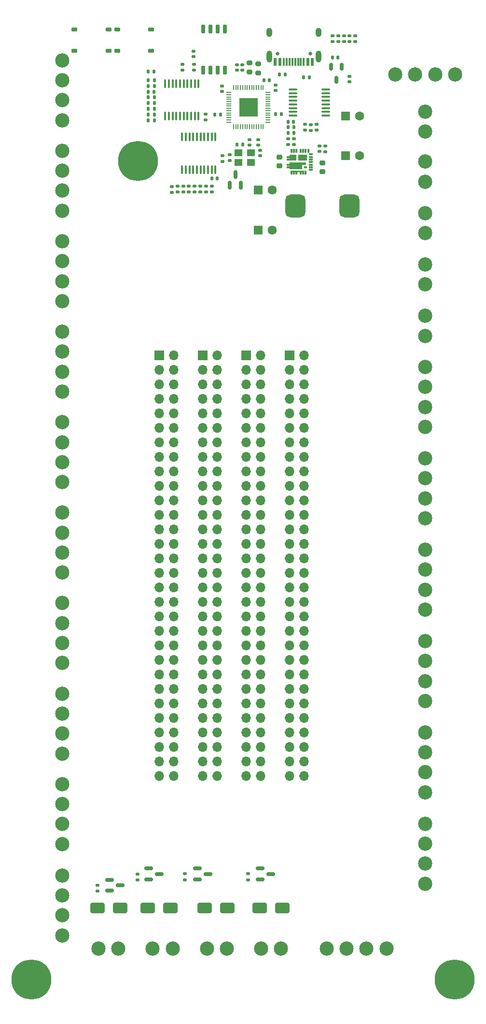
<source format=gts>
%TF.GenerationSoftware,KiCad,Pcbnew,7.0.2*%
%TF.CreationDate,2023-05-23T23:28:36+01:00*%
%TF.ProjectId,kat_control_board,6b61745f-636f-46e7-9472-6f6c5f626f61,rev?*%
%TF.SameCoordinates,Original*%
%TF.FileFunction,Soldermask,Top*%
%TF.FilePolarity,Negative*%
%FSLAX46Y46*%
G04 Gerber Fmt 4.6, Leading zero omitted, Abs format (unit mm)*
G04 Created by KiCad (PCBNEW 7.0.2) date 2023-05-23 23:28:36*
%MOMM*%
%LPD*%
G01*
G04 APERTURE LIST*
G04 Aperture macros list*
%AMRoundRect*
0 Rectangle with rounded corners*
0 $1 Rounding radius*
0 $2 $3 $4 $5 $6 $7 $8 $9 X,Y pos of 4 corners*
0 Add a 4 corners polygon primitive as box body*
4,1,4,$2,$3,$4,$5,$6,$7,$8,$9,$2,$3,0*
0 Add four circle primitives for the rounded corners*
1,1,$1+$1,$2,$3*
1,1,$1+$1,$4,$5*
1,1,$1+$1,$6,$7*
1,1,$1+$1,$8,$9*
0 Add four rect primitives between the rounded corners*
20,1,$1+$1,$2,$3,$4,$5,0*
20,1,$1+$1,$4,$5,$6,$7,0*
20,1,$1+$1,$6,$7,$8,$9,0*
20,1,$1+$1,$8,$9,$2,$3,0*%
%AMFreePoly0*
4,1,7,2.200000,0.087500,0.150000,0.087500,0.150000,-0.362500,-0.150000,-0.362500,-0.150000,0.362500,2.200000,0.362500,2.200000,0.087500,2.200000,0.087500,$1*%
%AMFreePoly1*
4,1,9,1.825000,0.255000,1.175000,0.255000,1.175000,-0.500000,0.500000,-0.500000,-0.500000,-0.500000,-1.000000,-0.500000,-1.000000,0.700000,1.825000,0.700000,1.825000,0.255000,1.825000,0.255000,$1*%
G04 Aperture macros list end*
%ADD10RoundRect,0.140000X-0.170000X0.140000X-0.170000X-0.140000X0.170000X-0.140000X0.170000X0.140000X0*%
%ADD11C,2.500000*%
%ADD12RoundRect,0.135000X0.135000X0.185000X-0.135000X0.185000X-0.135000X-0.185000X0.135000X-0.185000X0*%
%ADD13RoundRect,0.135000X-0.185000X0.135000X-0.185000X-0.135000X0.185000X-0.135000X0.185000X0.135000X0*%
%ADD14RoundRect,0.150000X-0.150000X0.512500X-0.150000X-0.512500X0.150000X-0.512500X0.150000X0.512500X0*%
%ADD15RoundRect,0.250000X-1.000000X-0.650000X1.000000X-0.650000X1.000000X0.650000X-1.000000X0.650000X0*%
%ADD16RoundRect,0.150000X0.150000X-0.650000X0.150000X0.650000X-0.150000X0.650000X-0.150000X-0.650000X0*%
%ADD17RoundRect,0.140000X0.170000X-0.140000X0.170000X0.140000X-0.170000X0.140000X-0.170000X-0.140000X0*%
%ADD18RoundRect,0.135000X0.185000X-0.135000X0.185000X0.135000X-0.185000X0.135000X-0.185000X-0.135000X0*%
%ADD19RoundRect,0.150000X-0.587500X-0.150000X0.587500X-0.150000X0.587500X0.150000X-0.587500X0.150000X0*%
%ADD20R,1.700000X1.700000*%
%ADD21O,1.700000X1.700000*%
%ADD22C,0.800000*%
%ADD23C,7.000000*%
%ADD24RoundRect,0.135000X-0.135000X-0.185000X0.135000X-0.185000X0.135000X0.185000X-0.135000X0.185000X0*%
%ADD25RoundRect,0.140000X0.140000X0.170000X-0.140000X0.170000X-0.140000X-0.170000X0.140000X-0.170000X0*%
%ADD26RoundRect,0.225000X0.250000X-0.225000X0.250000X0.225000X-0.250000X0.225000X-0.250000X-0.225000X0*%
%ADD27RoundRect,0.100000X0.637500X0.100000X-0.637500X0.100000X-0.637500X-0.100000X0.637500X-0.100000X0*%
%ADD28C,0.650000*%
%ADD29R,0.600000X1.450000*%
%ADD30R,0.300000X1.450000*%
%ADD31O,1.000000X2.100000*%
%ADD32O,1.000000X1.600000*%
%ADD33RoundRect,0.150000X0.150000X-0.587500X0.150000X0.587500X-0.150000X0.587500X-0.150000X-0.587500X0*%
%ADD34RoundRect,0.875000X-0.875000X-1.125000X0.875000X-1.125000X0.875000X1.125000X-0.875000X1.125000X0*%
%ADD35RoundRect,0.225000X-0.250000X0.225000X-0.250000X-0.225000X0.250000X-0.225000X0.250000X0.225000X0*%
%ADD36R,1.600000X1.600000*%
%ADD37C,1.600000*%
%ADD38RoundRect,0.050000X-0.387500X-0.050000X0.387500X-0.050000X0.387500X0.050000X-0.387500X0.050000X0*%
%ADD39RoundRect,0.050000X-0.050000X-0.387500X0.050000X-0.387500X0.050000X0.387500X-0.050000X0.387500X0*%
%ADD40R,3.200000X3.200000*%
%ADD41R,0.725000X0.300000*%
%ADD42FreePoly0,0.000000*%
%ADD43R,0.300000X0.725000*%
%ADD44R,0.300000X0.730000*%
%ADD45R,1.575000X1.050000*%
%ADD46C,0.600000*%
%ADD47R,1.150000X1.050000*%
%ADD48FreePoly1,0.000000*%
%ADD49R,0.580000X0.380000*%
%ADD50RoundRect,0.140000X-0.140000X-0.170000X0.140000X-0.170000X0.140000X0.170000X-0.140000X0.170000X0*%
%ADD51RoundRect,0.100000X-0.100000X0.637500X-0.100000X-0.637500X0.100000X-0.637500X0.100000X0.637500X0*%
%ADD52R,1.400000X1.200000*%
%ADD53RoundRect,0.187500X0.312500X0.187500X-0.312500X0.187500X-0.312500X-0.187500X0.312500X-0.187500X0*%
%ADD54RoundRect,0.187500X-0.312500X-0.187500X0.312500X-0.187500X0.312500X0.187500X-0.312500X0.187500X0*%
%ADD55RoundRect,0.200000X-0.275000X0.200000X-0.275000X-0.200000X0.275000X-0.200000X0.275000X0.200000X0*%
G04 APERTURE END LIST*
D10*
X71705000Y-38384000D03*
X71705000Y-39344000D03*
D11*
X38900000Y-151250000D03*
X38900000Y-154750000D03*
X38900000Y-158250000D03*
X38900000Y-161750000D03*
D12*
X79510000Y-37250000D03*
X78490000Y-37250000D03*
D13*
X58100000Y-46590000D03*
X58100000Y-47610000D03*
D12*
X79510000Y-36250000D03*
X78490000Y-36250000D03*
D14*
X87950000Y-25612500D03*
X86050000Y-25612500D03*
X87000000Y-27887500D03*
D12*
X55020000Y-35000000D03*
X54000000Y-35000000D03*
X55020000Y-32000000D03*
X54000000Y-32000000D03*
D15*
X63830834Y-172962500D03*
X67830834Y-172962500D03*
D16*
X63577000Y-26208000D03*
X64847000Y-26208000D03*
X66117000Y-26208000D03*
X67387000Y-26208000D03*
X67387000Y-19008000D03*
X66117000Y-19008000D03*
X64847000Y-19008000D03*
X63577000Y-19008000D03*
D11*
X102600000Y-152700000D03*
X102600000Y-149200000D03*
X102600000Y-145700000D03*
X102600000Y-142200000D03*
D17*
X66879000Y-29974000D03*
X66879000Y-29014000D03*
D18*
X86300000Y-21200000D03*
X86300000Y-20180000D03*
D19*
X73625000Y-166050000D03*
X73625000Y-167950000D03*
X75500000Y-167000000D03*
D18*
X85000000Y-40510000D03*
X85000000Y-39490000D03*
D20*
X63500000Y-76200000D03*
D21*
X66040000Y-76200000D03*
X63500000Y-78740000D03*
X66040000Y-78740000D03*
X63500000Y-81280000D03*
X66040000Y-81280000D03*
X63500000Y-83820000D03*
X66040000Y-83820000D03*
X63500000Y-86360000D03*
X66040000Y-86360000D03*
X63500000Y-88900000D03*
X66040000Y-88900000D03*
X63500000Y-91440000D03*
X66040000Y-91440000D03*
X63500000Y-93980000D03*
X66040000Y-93980000D03*
X63500000Y-96520000D03*
X66040000Y-96520000D03*
X63500000Y-99060000D03*
X66040000Y-99060000D03*
X63500000Y-101600000D03*
X66040000Y-101600000D03*
X63500000Y-104140000D03*
X66040000Y-104140000D03*
X63500000Y-106680000D03*
X66040000Y-106680000D03*
X63500000Y-109220000D03*
X66040000Y-109220000D03*
X63500000Y-111760000D03*
X66040000Y-111760000D03*
X63500000Y-114300000D03*
X66040000Y-114300000D03*
X63500000Y-116840000D03*
X66040000Y-116840000D03*
X63500000Y-119380000D03*
X66040000Y-119380000D03*
X63500000Y-121920000D03*
X66040000Y-121920000D03*
X63500000Y-124460000D03*
X66040000Y-124460000D03*
X63500000Y-127000000D03*
X66040000Y-127000000D03*
X63500000Y-129540000D03*
X66040000Y-129540000D03*
X63500000Y-132080000D03*
X66040000Y-132080000D03*
X63500000Y-134620000D03*
X66040000Y-134620000D03*
X63500000Y-137160000D03*
X66040000Y-137160000D03*
X63500000Y-139700000D03*
X66040000Y-139700000D03*
X63500000Y-142240000D03*
X66040000Y-142240000D03*
X63500000Y-144780000D03*
X66040000Y-144780000D03*
X63500000Y-147320000D03*
X66040000Y-147320000D03*
X63500000Y-149860000D03*
X66040000Y-149860000D03*
D12*
X55020000Y-34000000D03*
X54000000Y-34000000D03*
D19*
X54062500Y-166050000D03*
X54062500Y-167950000D03*
X55937500Y-167000000D03*
D22*
X49518845Y-42143845D03*
X50287690Y-40287690D03*
X50287690Y-44000000D03*
X52143845Y-39518845D03*
D23*
X52143845Y-42143845D03*
D22*
X52143845Y-44768845D03*
X54000000Y-40287690D03*
X54000000Y-44000000D03*
X54768845Y-42143845D03*
D24*
X76990000Y-27000000D03*
X78010000Y-27000000D03*
D11*
X38900000Y-24500000D03*
X38900000Y-28000000D03*
X38900000Y-31500000D03*
X38900000Y-35000000D03*
D22*
X30875000Y-185500000D03*
X31643845Y-183643845D03*
X31643845Y-187356155D03*
X33500000Y-182875000D03*
D23*
X33500000Y-185500000D03*
D22*
X33500000Y-188125000D03*
X35356155Y-183643845D03*
X35356155Y-187356155D03*
X36125000Y-185500000D03*
D13*
X64100000Y-46570000D03*
X64100000Y-47590000D03*
D25*
X66060000Y-45200000D03*
X65100000Y-45200000D03*
D11*
X38900000Y-56187500D03*
X38900000Y-59687500D03*
X38900000Y-63187500D03*
X38900000Y-66687500D03*
D17*
X84000000Y-40480000D03*
X84000000Y-39520000D03*
D11*
X38900000Y-103718750D03*
X38900000Y-107218750D03*
X38900000Y-110718750D03*
X38900000Y-114218750D03*
X38900000Y-87875000D03*
X38900000Y-91375000D03*
X38900000Y-94875000D03*
X38900000Y-98375000D03*
D18*
X82500000Y-36770000D03*
X82500000Y-35750000D03*
D26*
X84500000Y-44025000D03*
X84500000Y-42475000D03*
D11*
X38900000Y-135406250D03*
X38900000Y-138906250D03*
X38900000Y-142406250D03*
X38900000Y-145906250D03*
D27*
X85108500Y-34169600D03*
X85108500Y-33519600D03*
X85108500Y-32869600D03*
X85108500Y-32219600D03*
X85108500Y-31569600D03*
X85108500Y-30919600D03*
X85108500Y-30269600D03*
X85108500Y-29619600D03*
X79383500Y-29619600D03*
X79383500Y-30269600D03*
X79383500Y-30919600D03*
X79383500Y-31569600D03*
X79383500Y-32219600D03*
X79383500Y-32869600D03*
X79383500Y-33519600D03*
X79383500Y-34169600D03*
D11*
X102600000Y-45750000D03*
X102600000Y-42250000D03*
D24*
X69544000Y-39245000D03*
X70564000Y-39245000D03*
D11*
X54750000Y-180100000D03*
X58250000Y-180100000D03*
D12*
X55020000Y-29000000D03*
X54000000Y-29000000D03*
D28*
X82390000Y-23305000D03*
X76610000Y-23305000D03*
D29*
X82750000Y-24750000D03*
X81950000Y-24750000D03*
D30*
X80750000Y-24750000D03*
X79750000Y-24750000D03*
X79250000Y-24750000D03*
X78250000Y-24750000D03*
D29*
X77050000Y-24750000D03*
X76250000Y-24750000D03*
X76250000Y-24750000D03*
X77050000Y-24750000D03*
D30*
X77750000Y-24750000D03*
X78750000Y-24750000D03*
X80250000Y-24750000D03*
X81250000Y-24750000D03*
D29*
X81950000Y-24750000D03*
X82750000Y-24750000D03*
D31*
X83820000Y-23835000D03*
D32*
X83820000Y-19655000D03*
D31*
X75180000Y-23835000D03*
D32*
X75180000Y-19655000D03*
D12*
X55020000Y-28000000D03*
X54000000Y-28000000D03*
D20*
X71120000Y-76200000D03*
D21*
X73660000Y-76200000D03*
X71120000Y-78740000D03*
X73660000Y-78740000D03*
X71120000Y-81280000D03*
X73660000Y-81280000D03*
X71120000Y-83820000D03*
X73660000Y-83820000D03*
X71120000Y-86360000D03*
X73660000Y-86360000D03*
X71120000Y-88900000D03*
X73660000Y-88900000D03*
X71120000Y-91440000D03*
X73660000Y-91440000D03*
X71120000Y-93980000D03*
X73660000Y-93980000D03*
X71120000Y-96520000D03*
X73660000Y-96520000D03*
X71120000Y-99060000D03*
X73660000Y-99060000D03*
X71120000Y-101600000D03*
X73660000Y-101600000D03*
X71120000Y-104140000D03*
X73660000Y-104140000D03*
X71120000Y-106680000D03*
X73660000Y-106680000D03*
X71120000Y-109220000D03*
X73660000Y-109220000D03*
X71120000Y-111760000D03*
X73660000Y-111760000D03*
X71120000Y-114300000D03*
X73660000Y-114300000D03*
X71120000Y-116840000D03*
X73660000Y-116840000D03*
X71120000Y-119380000D03*
X73660000Y-119380000D03*
X71120000Y-121920000D03*
X73660000Y-121920000D03*
X71120000Y-124460000D03*
X73660000Y-124460000D03*
X71120000Y-127000000D03*
X73660000Y-127000000D03*
X71120000Y-129540000D03*
X73660000Y-129540000D03*
X71120000Y-132080000D03*
X73660000Y-132080000D03*
X71120000Y-134620000D03*
X73660000Y-134620000D03*
X71120000Y-137160000D03*
X73660000Y-137160000D03*
X71120000Y-139700000D03*
X73660000Y-139700000D03*
X71120000Y-142240000D03*
X73660000Y-142240000D03*
X71120000Y-144780000D03*
X73660000Y-144780000D03*
X71120000Y-147320000D03*
X73660000Y-147320000D03*
X71120000Y-149860000D03*
X73660000Y-149860000D03*
D19*
X62562500Y-166050000D03*
X62562500Y-167950000D03*
X64437500Y-167000000D03*
D33*
X68300000Y-46375000D03*
X70200000Y-46375000D03*
X69250000Y-44500000D03*
D34*
X79750000Y-50000000D03*
X89250000Y-50000000D03*
D12*
X55020000Y-33000000D03*
X54000000Y-33000000D03*
D35*
X77000000Y-41475000D03*
X77000000Y-43025000D03*
D36*
X73250000Y-54250000D03*
D37*
X75750000Y-54250000D03*
D13*
X45069166Y-168942500D03*
X45069166Y-169962500D03*
X60437500Y-166980000D03*
X60437500Y-168000000D03*
D17*
X76277000Y-29819000D03*
X76277000Y-28859000D03*
D11*
X102600000Y-72750000D03*
X102600000Y-69250000D03*
X102600000Y-120700000D03*
X102600000Y-117200000D03*
X102600000Y-113700000D03*
X102600000Y-110200000D03*
D38*
X68102500Y-30130000D03*
X68102500Y-30530000D03*
X68102500Y-30930000D03*
X68102500Y-31330000D03*
X68102500Y-31730000D03*
X68102500Y-32130000D03*
X68102500Y-32530000D03*
X68102500Y-32930000D03*
X68102500Y-33330000D03*
X68102500Y-33730000D03*
X68102500Y-34130000D03*
X68102500Y-34530000D03*
X68102500Y-34930000D03*
X68102500Y-35330000D03*
D39*
X68940000Y-36167500D03*
X69340000Y-36167500D03*
X69740000Y-36167500D03*
X70140000Y-36167500D03*
X70540000Y-36167500D03*
X70940000Y-36167500D03*
X71340000Y-36167500D03*
X71740000Y-36167500D03*
X72140000Y-36167500D03*
X72540000Y-36167500D03*
X72940000Y-36167500D03*
X73340000Y-36167500D03*
X73740000Y-36167500D03*
X74140000Y-36167500D03*
D38*
X74977500Y-35330000D03*
X74977500Y-34930000D03*
X74977500Y-34530000D03*
X74977500Y-34130000D03*
X74977500Y-33730000D03*
X74977500Y-33330000D03*
X74977500Y-32930000D03*
X74977500Y-32530000D03*
X74977500Y-32130000D03*
X74977500Y-31730000D03*
X74977500Y-31330000D03*
X74977500Y-30930000D03*
X74977500Y-30530000D03*
X74977500Y-30130000D03*
D39*
X74140000Y-29292500D03*
X73740000Y-29292500D03*
X73340000Y-29292500D03*
X72940000Y-29292500D03*
X72540000Y-29292500D03*
X72140000Y-29292500D03*
X71740000Y-29292500D03*
X71340000Y-29292500D03*
X70940000Y-29292500D03*
X70540000Y-29292500D03*
X70140000Y-29292500D03*
X69740000Y-29292500D03*
X69340000Y-29292500D03*
X68940000Y-29292500D03*
D40*
X71540000Y-32730000D03*
D25*
X66625000Y-33987200D03*
X65665000Y-33987200D03*
D15*
X53866668Y-172962500D03*
X57866668Y-172962500D03*
D41*
X78625000Y-41440000D03*
X78625000Y-41890000D03*
X78625000Y-42790000D03*
X78625000Y-43240000D03*
D42*
X79087500Y-44202500D03*
D43*
X79537500Y-44202500D03*
X79987500Y-44202500D03*
X80687500Y-44202500D03*
X81137500Y-44202500D03*
D44*
X81587500Y-44200000D03*
D41*
X82500000Y-43690000D03*
X82500000Y-43240000D03*
X82500000Y-42790000D03*
X82500000Y-42340000D03*
X82500000Y-41890000D03*
X82500000Y-41440000D03*
X82500000Y-40990000D03*
D43*
X82037500Y-40327500D03*
X81587500Y-40327500D03*
X81137500Y-40327500D03*
X80687500Y-40327500D03*
X79987500Y-40327500D03*
X79537500Y-40327500D03*
X79087500Y-40327500D03*
D45*
X81050000Y-41515000D03*
D46*
X81052500Y-41505000D03*
D47*
X79387500Y-41515000D03*
D46*
X79407500Y-41515000D03*
X79357500Y-42715000D03*
D48*
X79812500Y-43040000D03*
D46*
X80042500Y-43200000D03*
X80667500Y-42705000D03*
D49*
X81547500Y-43255000D03*
D50*
X76333000Y-33911000D03*
X77293000Y-33911000D03*
D13*
X61100000Y-46570000D03*
X61100000Y-47590000D03*
X59100000Y-46570000D03*
X59100000Y-47590000D03*
D11*
X102600000Y-63750000D03*
X102600000Y-60250000D03*
D17*
X89300000Y-28250000D03*
X89300000Y-27290000D03*
D18*
X67000000Y-42260000D03*
X67000000Y-41240000D03*
D11*
X102600000Y-104700000D03*
X102600000Y-101200000D03*
X102600000Y-97700000D03*
X102600000Y-94200000D03*
D25*
X79480000Y-35250000D03*
X78520000Y-35250000D03*
D18*
X90300000Y-21210000D03*
X90300000Y-20190000D03*
D51*
X62808000Y-28567000D03*
X62158000Y-28567000D03*
X61508000Y-28567000D03*
X60858000Y-28567000D03*
X60208000Y-28567000D03*
X59558000Y-28567000D03*
X58908000Y-28567000D03*
X58258000Y-28567000D03*
X57608000Y-28567000D03*
X56958000Y-28567000D03*
X56958000Y-34292000D03*
X57608000Y-34292000D03*
X58258000Y-34292000D03*
X58908000Y-34292000D03*
X59558000Y-34292000D03*
X60208000Y-34292000D03*
X60858000Y-34292000D03*
X61508000Y-34292000D03*
X62158000Y-34292000D03*
X62808000Y-34292000D03*
D36*
X88567621Y-34250000D03*
D37*
X91067621Y-34250000D03*
D13*
X65100000Y-46570000D03*
X65100000Y-47590000D03*
D10*
X73610000Y-40289000D03*
X73610000Y-41249000D03*
D11*
X102600000Y-37000000D03*
X102600000Y-33500000D03*
D22*
X105125000Y-185500000D03*
X105893845Y-183643845D03*
X105893845Y-187356155D03*
X107750000Y-182875000D03*
D23*
X107750000Y-185500000D03*
D22*
X107750000Y-188125000D03*
X109606155Y-183643845D03*
X109606155Y-187356155D03*
X110375000Y-185500000D03*
D18*
X81500000Y-36760000D03*
X81500000Y-35740000D03*
D13*
X62000000Y-25230000D03*
X62000000Y-26250000D03*
D11*
X102600000Y-168700000D03*
X102600000Y-165200000D03*
X102600000Y-161700000D03*
X102600000Y-158200000D03*
X102600000Y-88700000D03*
X102600000Y-85200000D03*
X102600000Y-81700000D03*
X102600000Y-78200000D03*
D18*
X88300000Y-21210000D03*
X88300000Y-20190000D03*
D13*
X60000000Y-25240000D03*
X60000000Y-26260000D03*
D11*
X38900000Y-119562500D03*
X38900000Y-123062500D03*
X38900000Y-126562500D03*
X38900000Y-130062500D03*
D18*
X87300000Y-21200000D03*
X87300000Y-20180000D03*
D19*
X47194166Y-168012500D03*
X47194166Y-169912500D03*
X49069166Y-168962500D03*
D15*
X73500000Y-172962500D03*
X77500000Y-172962500D03*
D50*
X74270000Y-28000000D03*
X75230000Y-28000000D03*
D20*
X55880000Y-76200000D03*
D21*
X58420000Y-76200000D03*
X55880000Y-78740000D03*
X58420000Y-78740000D03*
X55880000Y-81280000D03*
X58420000Y-81280000D03*
X55880000Y-83820000D03*
X58420000Y-83820000D03*
X55880000Y-86360000D03*
X58420000Y-86360000D03*
X55880000Y-88900000D03*
X58420000Y-88900000D03*
X55880000Y-91440000D03*
X58420000Y-91440000D03*
X55880000Y-93980000D03*
X58420000Y-93980000D03*
X55880000Y-96520000D03*
X58420000Y-96520000D03*
X55880000Y-99060000D03*
X58420000Y-99060000D03*
X55880000Y-101600000D03*
X58420000Y-101600000D03*
X55880000Y-104140000D03*
X58420000Y-104140000D03*
X55880000Y-106680000D03*
X58420000Y-106680000D03*
X55880000Y-109220000D03*
X58420000Y-109220000D03*
X55880000Y-111760000D03*
X58420000Y-111760000D03*
X55880000Y-114300000D03*
X58420000Y-114300000D03*
X55880000Y-116840000D03*
X58420000Y-116840000D03*
X55880000Y-119380000D03*
X58420000Y-119380000D03*
X55880000Y-121920000D03*
X58420000Y-121920000D03*
X55880000Y-124460000D03*
X58420000Y-124460000D03*
X55880000Y-127000000D03*
X58420000Y-127000000D03*
X55880000Y-129540000D03*
X58420000Y-129540000D03*
X55880000Y-132080000D03*
X58420000Y-132080000D03*
X55880000Y-134620000D03*
X58420000Y-134620000D03*
X55880000Y-137160000D03*
X58420000Y-137160000D03*
X55880000Y-139700000D03*
X58420000Y-139700000D03*
X55880000Y-142240000D03*
X58420000Y-142240000D03*
X55880000Y-144780000D03*
X58420000Y-144780000D03*
X55880000Y-147320000D03*
X58420000Y-147320000D03*
X55880000Y-149860000D03*
X58420000Y-149860000D03*
D10*
X64008800Y-33964400D03*
X64008800Y-34924400D03*
D13*
X71500000Y-166980000D03*
X71500000Y-168000000D03*
D17*
X69500000Y-26230000D03*
X69500000Y-25270000D03*
D13*
X52062500Y-167050000D03*
X52062500Y-168070000D03*
D17*
X70500000Y-26230000D03*
X70500000Y-25270000D03*
D11*
X73750000Y-180100000D03*
X77250000Y-180100000D03*
X102600000Y-136700000D03*
X102600000Y-133200000D03*
X102600000Y-129700000D03*
X102600000Y-126200000D03*
D12*
X82260000Y-27500000D03*
X81240000Y-27500000D03*
D51*
X65765400Y-37931900D03*
X65115400Y-37931900D03*
X64465400Y-37931900D03*
X63815400Y-37931900D03*
X63165400Y-37931900D03*
X62515400Y-37931900D03*
X61865400Y-37931900D03*
X61215400Y-37931900D03*
X60565400Y-37931900D03*
X59915400Y-37931900D03*
X59915400Y-43656900D03*
X60565400Y-43656900D03*
X61215400Y-43656900D03*
X61865400Y-43656900D03*
X62515400Y-43656900D03*
X63165400Y-43656900D03*
X63815400Y-43656900D03*
X64465400Y-43656900D03*
X65115400Y-43656900D03*
X65765400Y-43656900D03*
D18*
X83500000Y-36760000D03*
X83500000Y-35740000D03*
D13*
X60100000Y-46570000D03*
X60100000Y-47590000D03*
D11*
X64250000Y-180100000D03*
X67750000Y-180100000D03*
D17*
X79500000Y-39230000D03*
X79500000Y-38270000D03*
D11*
X102600000Y-54750000D03*
X102600000Y-51250000D03*
D17*
X68300000Y-42030000D03*
X68300000Y-41070000D03*
D10*
X73229000Y-38384000D03*
X73229000Y-39344000D03*
D52*
X69800000Y-42420000D03*
X72000000Y-42420000D03*
X72000000Y-40720000D03*
X69800000Y-40720000D03*
D11*
X38900000Y-72031250D03*
X38900000Y-75531250D03*
X38900000Y-79031250D03*
X38900000Y-82531250D03*
D20*
X78740000Y-76200000D03*
D21*
X81280000Y-76200000D03*
X78740000Y-78740000D03*
X81280000Y-78740000D03*
X78740000Y-81280000D03*
X81280000Y-81280000D03*
X78740000Y-83820000D03*
X81280000Y-83820000D03*
X78740000Y-86360000D03*
X81280000Y-86360000D03*
X78740000Y-88900000D03*
X81280000Y-88900000D03*
X78740000Y-91440000D03*
X81280000Y-91440000D03*
X78740000Y-93980000D03*
X81280000Y-93980000D03*
X78740000Y-96520000D03*
X81280000Y-96520000D03*
X78740000Y-99060000D03*
X81280000Y-99060000D03*
X78740000Y-101600000D03*
X81280000Y-101600000D03*
X78740000Y-104140000D03*
X81280000Y-104140000D03*
X78740000Y-106680000D03*
X81280000Y-106680000D03*
X78740000Y-109220000D03*
X81280000Y-109220000D03*
X78740000Y-111760000D03*
X81280000Y-111760000D03*
X78740000Y-114300000D03*
X81280000Y-114300000D03*
X78740000Y-116840000D03*
X81280000Y-116840000D03*
X78740000Y-119380000D03*
X81280000Y-119380000D03*
X78740000Y-121920000D03*
X81280000Y-121920000D03*
X78740000Y-124460000D03*
X81280000Y-124460000D03*
X78740000Y-127000000D03*
X81280000Y-127000000D03*
X78740000Y-129540000D03*
X81280000Y-129540000D03*
X78740000Y-132080000D03*
X81280000Y-132080000D03*
X78740000Y-134620000D03*
X81280000Y-134620000D03*
X78740000Y-137160000D03*
X81280000Y-137160000D03*
X78740000Y-139700000D03*
X81280000Y-139700000D03*
X78740000Y-142240000D03*
X81280000Y-142240000D03*
X78740000Y-144780000D03*
X81280000Y-144780000D03*
X78740000Y-147320000D03*
X81280000Y-147320000D03*
X78740000Y-149860000D03*
X81280000Y-149860000D03*
D15*
X45069166Y-172962500D03*
X49069166Y-172962500D03*
D11*
X107800000Y-27000000D03*
X104300000Y-27000000D03*
X100800000Y-27000000D03*
X97300000Y-27000000D03*
D36*
X73250000Y-47250000D03*
D37*
X75750000Y-47250000D03*
D11*
X38900000Y-40343750D03*
X38900000Y-43843750D03*
X38900000Y-47343750D03*
X38900000Y-50843750D03*
D18*
X89300000Y-21210000D03*
X89300000Y-20190000D03*
D12*
X55020000Y-31000000D03*
X54000000Y-31000000D03*
D18*
X78500000Y-39260000D03*
X78500000Y-38240000D03*
D53*
X47000000Y-22875000D03*
X41000000Y-22875000D03*
X47000000Y-19125000D03*
X41000000Y-19125000D03*
D13*
X63100000Y-46580000D03*
X63100000Y-47600000D03*
D54*
X48500000Y-19125000D03*
X54500000Y-19125000D03*
X48500000Y-22875000D03*
X54500000Y-22875000D03*
D11*
X38900000Y-167250000D03*
X38900000Y-170750000D03*
X38900000Y-174250000D03*
X38900000Y-177750000D03*
D36*
X88567621Y-41250000D03*
D37*
X91067621Y-41250000D03*
D50*
X86290000Y-24000000D03*
X87250000Y-24000000D03*
D55*
X73250000Y-25100000D03*
X73250000Y-26750000D03*
X71750000Y-24925000D03*
X71750000Y-26575000D03*
D12*
X55010000Y-30000000D03*
X53990000Y-30000000D03*
D11*
X85250000Y-180100000D03*
X88750000Y-180100000D03*
X92250000Y-180100000D03*
X95750000Y-180100000D03*
D12*
X55010000Y-26500000D03*
X53990000Y-26500000D03*
D10*
X61926000Y-22884000D03*
X61926000Y-23844000D03*
D11*
X45219166Y-180100000D03*
X48719166Y-180100000D03*
D13*
X62100000Y-46580000D03*
X62100000Y-47600000D03*
M02*

</source>
